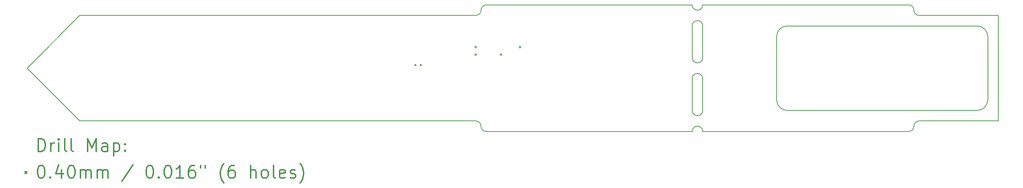
<source format=gbr>
%FSLAX45Y45*%
G04 Gerber Fmt 4.5, Leading zero omitted, Abs format (unit mm)*
G04 Created by KiCad (PCBNEW 4.0.7-e2-6376~61~ubuntu18.04.1) date Fri Jul  6 14:55:38 2018*
%MOMM*%
%LPD*%
G01*
G04 APERTURE LIST*
%ADD10C,0.127000*%
%ADD11C,0.150000*%
%ADD12C,0.200000*%
%ADD13C,0.300000*%
G04 APERTURE END LIST*
D10*
D11*
X19750000Y-6500000D02*
G75*
G03X20000000Y-6500000I125000J0D01*
G01*
X20000000Y-9500000D02*
G75*
G03X19750000Y-9500000I-125000J0D01*
G01*
X19750000Y-7750000D02*
X19750000Y-7000000D01*
X20000000Y-7000000D02*
X20000000Y-7750000D01*
X19750000Y-7750000D02*
G75*
G03X20000000Y-7750000I125000J0D01*
G01*
X20000000Y-8250000D02*
G75*
G03X19750000Y-8250000I-125000J0D01*
G01*
X19750000Y-9000000D02*
G75*
G03X20000000Y-9000000I125000J0D01*
G01*
X20000000Y-7000000D02*
G75*
G03X19750000Y-7000000I-125000J0D01*
G01*
X19750000Y-8250000D02*
X19750000Y-9000000D01*
X14625000Y-6750000D02*
G75*
G03X14750000Y-6625000I0J125000D01*
G01*
X14875000Y-6500000D02*
G75*
G03X14750000Y-6625000I0J-125000D01*
G01*
X25000000Y-6625000D02*
G75*
G03X25125000Y-6750000I125000J0D01*
G01*
X25000000Y-6625000D02*
G75*
G03X24875000Y-6500000I-125000J0D01*
G01*
X24875000Y-9500000D02*
G75*
G03X25000000Y-9375000I0J125000D01*
G01*
X25125000Y-9250000D02*
G75*
G03X25000000Y-9375000I0J-125000D01*
G01*
X14750000Y-9375000D02*
G75*
G03X14875000Y-9500000I125000J0D01*
G01*
X14750000Y-9375000D02*
G75*
G03X14625000Y-9250000I-125000J0D01*
G01*
X22000000Y-7000000D02*
G75*
G03X21750000Y-7250000I0J-250000D01*
G01*
X21750000Y-8750000D02*
G75*
G03X22000000Y-9000000I250000J0D01*
G01*
X26500000Y-9000000D02*
G75*
G03X26750000Y-8750000I0J250000D01*
G01*
X26750000Y-7250000D02*
G75*
G03X26500000Y-7000000I-250000J0D01*
G01*
X22000000Y-7000000D02*
X26500000Y-7000000D01*
X21750000Y-8750000D02*
X21750000Y-7250000D01*
X26500000Y-9000000D02*
X22000000Y-9000000D01*
X26750000Y-7250000D02*
X26750000Y-8750000D01*
X24875000Y-9500000D02*
X20000000Y-9500000D01*
X27000000Y-9250000D02*
X25125000Y-9250000D01*
X27000000Y-6750000D02*
X27000000Y-9250000D01*
X25125000Y-6750000D02*
X27000000Y-6750000D01*
X20000000Y-6500000D02*
X24875000Y-6500000D01*
X14625000Y-6750000D02*
X5250000Y-6750000D01*
X19750000Y-6500000D02*
X14875000Y-6500000D01*
X20000000Y-8250000D02*
X20000000Y-9000000D01*
X14875000Y-9500000D02*
X19750000Y-9500000D01*
X5250000Y-9250000D02*
X14625000Y-9250000D01*
X4000000Y-8000000D02*
X5250000Y-9250000D01*
X5250000Y-6750000D02*
X4000000Y-8000000D01*
D12*
X13180000Y-7905000D02*
X13220000Y-7945000D01*
X13220000Y-7905000D02*
X13180000Y-7945000D01*
X13305000Y-7905000D02*
X13345000Y-7945000D01*
X13345000Y-7905000D02*
X13305000Y-7945000D01*
X14605000Y-7480000D02*
X14645000Y-7520000D01*
X14645000Y-7480000D02*
X14605000Y-7520000D01*
X14605000Y-7655000D02*
X14645000Y-7695000D01*
X14645000Y-7655000D02*
X14605000Y-7695000D01*
X15205000Y-7655000D02*
X15245000Y-7695000D01*
X15245000Y-7655000D02*
X15205000Y-7695000D01*
X15655000Y-7480000D02*
X15695000Y-7520000D01*
X15695000Y-7480000D02*
X15655000Y-7520000D01*
D13*
X4263929Y-9973214D02*
X4263929Y-9673214D01*
X4335357Y-9673214D01*
X4378214Y-9687500D01*
X4406786Y-9716072D01*
X4421071Y-9744643D01*
X4435357Y-9801786D01*
X4435357Y-9844643D01*
X4421071Y-9901786D01*
X4406786Y-9930357D01*
X4378214Y-9958929D01*
X4335357Y-9973214D01*
X4263929Y-9973214D01*
X4563929Y-9973214D02*
X4563929Y-9773214D01*
X4563929Y-9830357D02*
X4578214Y-9801786D01*
X4592500Y-9787500D01*
X4621071Y-9773214D01*
X4649643Y-9773214D01*
X4749643Y-9973214D02*
X4749643Y-9773214D01*
X4749643Y-9673214D02*
X4735357Y-9687500D01*
X4749643Y-9701786D01*
X4763929Y-9687500D01*
X4749643Y-9673214D01*
X4749643Y-9701786D01*
X4935357Y-9973214D02*
X4906786Y-9958929D01*
X4892500Y-9930357D01*
X4892500Y-9673214D01*
X5092500Y-9973214D02*
X5063929Y-9958929D01*
X5049643Y-9930357D01*
X5049643Y-9673214D01*
X5435357Y-9973214D02*
X5435357Y-9673214D01*
X5535357Y-9887500D01*
X5635357Y-9673214D01*
X5635357Y-9973214D01*
X5906786Y-9973214D02*
X5906786Y-9816072D01*
X5892500Y-9787500D01*
X5863928Y-9773214D01*
X5806786Y-9773214D01*
X5778214Y-9787500D01*
X5906786Y-9958929D02*
X5878214Y-9973214D01*
X5806786Y-9973214D01*
X5778214Y-9958929D01*
X5763928Y-9930357D01*
X5763928Y-9901786D01*
X5778214Y-9873214D01*
X5806786Y-9858929D01*
X5878214Y-9858929D01*
X5906786Y-9844643D01*
X6049643Y-9773214D02*
X6049643Y-10073214D01*
X6049643Y-9787500D02*
X6078214Y-9773214D01*
X6135357Y-9773214D01*
X6163928Y-9787500D01*
X6178214Y-9801786D01*
X6192500Y-9830357D01*
X6192500Y-9916072D01*
X6178214Y-9944643D01*
X6163928Y-9958929D01*
X6135357Y-9973214D01*
X6078214Y-9973214D01*
X6049643Y-9958929D01*
X6321071Y-9944643D02*
X6335357Y-9958929D01*
X6321071Y-9973214D01*
X6306786Y-9958929D01*
X6321071Y-9944643D01*
X6321071Y-9973214D01*
X6321071Y-9787500D02*
X6335357Y-9801786D01*
X6321071Y-9816072D01*
X6306786Y-9801786D01*
X6321071Y-9787500D01*
X6321071Y-9816072D01*
X3952500Y-10447500D02*
X3992500Y-10487500D01*
X3992500Y-10447500D02*
X3952500Y-10487500D01*
X4321071Y-10303214D02*
X4349643Y-10303214D01*
X4378214Y-10317500D01*
X4392500Y-10331786D01*
X4406786Y-10360357D01*
X4421071Y-10417500D01*
X4421071Y-10488929D01*
X4406786Y-10546072D01*
X4392500Y-10574643D01*
X4378214Y-10588929D01*
X4349643Y-10603214D01*
X4321071Y-10603214D01*
X4292500Y-10588929D01*
X4278214Y-10574643D01*
X4263929Y-10546072D01*
X4249643Y-10488929D01*
X4249643Y-10417500D01*
X4263929Y-10360357D01*
X4278214Y-10331786D01*
X4292500Y-10317500D01*
X4321071Y-10303214D01*
X4549643Y-10574643D02*
X4563929Y-10588929D01*
X4549643Y-10603214D01*
X4535357Y-10588929D01*
X4549643Y-10574643D01*
X4549643Y-10603214D01*
X4821071Y-10403214D02*
X4821071Y-10603214D01*
X4749643Y-10288929D02*
X4678214Y-10503214D01*
X4863928Y-10503214D01*
X5035357Y-10303214D02*
X5063929Y-10303214D01*
X5092500Y-10317500D01*
X5106786Y-10331786D01*
X5121071Y-10360357D01*
X5135357Y-10417500D01*
X5135357Y-10488929D01*
X5121071Y-10546072D01*
X5106786Y-10574643D01*
X5092500Y-10588929D01*
X5063929Y-10603214D01*
X5035357Y-10603214D01*
X5006786Y-10588929D01*
X4992500Y-10574643D01*
X4978214Y-10546072D01*
X4963929Y-10488929D01*
X4963929Y-10417500D01*
X4978214Y-10360357D01*
X4992500Y-10331786D01*
X5006786Y-10317500D01*
X5035357Y-10303214D01*
X5263929Y-10603214D02*
X5263929Y-10403214D01*
X5263929Y-10431786D02*
X5278214Y-10417500D01*
X5306786Y-10403214D01*
X5349643Y-10403214D01*
X5378214Y-10417500D01*
X5392500Y-10446072D01*
X5392500Y-10603214D01*
X5392500Y-10446072D02*
X5406786Y-10417500D01*
X5435357Y-10403214D01*
X5478214Y-10403214D01*
X5506786Y-10417500D01*
X5521071Y-10446072D01*
X5521071Y-10603214D01*
X5663928Y-10603214D02*
X5663928Y-10403214D01*
X5663928Y-10431786D02*
X5678214Y-10417500D01*
X5706786Y-10403214D01*
X5749643Y-10403214D01*
X5778214Y-10417500D01*
X5792500Y-10446072D01*
X5792500Y-10603214D01*
X5792500Y-10446072D02*
X5806786Y-10417500D01*
X5835357Y-10403214D01*
X5878214Y-10403214D01*
X5906786Y-10417500D01*
X5921071Y-10446072D01*
X5921071Y-10603214D01*
X6506786Y-10288929D02*
X6249643Y-10674643D01*
X6892500Y-10303214D02*
X6921071Y-10303214D01*
X6949643Y-10317500D01*
X6963928Y-10331786D01*
X6978214Y-10360357D01*
X6992500Y-10417500D01*
X6992500Y-10488929D01*
X6978214Y-10546072D01*
X6963928Y-10574643D01*
X6949643Y-10588929D01*
X6921071Y-10603214D01*
X6892500Y-10603214D01*
X6863928Y-10588929D01*
X6849643Y-10574643D01*
X6835357Y-10546072D01*
X6821071Y-10488929D01*
X6821071Y-10417500D01*
X6835357Y-10360357D01*
X6849643Y-10331786D01*
X6863928Y-10317500D01*
X6892500Y-10303214D01*
X7121071Y-10574643D02*
X7135357Y-10588929D01*
X7121071Y-10603214D01*
X7106786Y-10588929D01*
X7121071Y-10574643D01*
X7121071Y-10603214D01*
X7321071Y-10303214D02*
X7349643Y-10303214D01*
X7378214Y-10317500D01*
X7392500Y-10331786D01*
X7406785Y-10360357D01*
X7421071Y-10417500D01*
X7421071Y-10488929D01*
X7406785Y-10546072D01*
X7392500Y-10574643D01*
X7378214Y-10588929D01*
X7349643Y-10603214D01*
X7321071Y-10603214D01*
X7292500Y-10588929D01*
X7278214Y-10574643D01*
X7263928Y-10546072D01*
X7249643Y-10488929D01*
X7249643Y-10417500D01*
X7263928Y-10360357D01*
X7278214Y-10331786D01*
X7292500Y-10317500D01*
X7321071Y-10303214D01*
X7706785Y-10603214D02*
X7535357Y-10603214D01*
X7621071Y-10603214D02*
X7621071Y-10303214D01*
X7592500Y-10346072D01*
X7563928Y-10374643D01*
X7535357Y-10388929D01*
X7963928Y-10303214D02*
X7906785Y-10303214D01*
X7878214Y-10317500D01*
X7863928Y-10331786D01*
X7835357Y-10374643D01*
X7821071Y-10431786D01*
X7821071Y-10546072D01*
X7835357Y-10574643D01*
X7849643Y-10588929D01*
X7878214Y-10603214D01*
X7935357Y-10603214D01*
X7963928Y-10588929D01*
X7978214Y-10574643D01*
X7992500Y-10546072D01*
X7992500Y-10474643D01*
X7978214Y-10446072D01*
X7963928Y-10431786D01*
X7935357Y-10417500D01*
X7878214Y-10417500D01*
X7849643Y-10431786D01*
X7835357Y-10446072D01*
X7821071Y-10474643D01*
X8106786Y-10303214D02*
X8106786Y-10360357D01*
X8221071Y-10303214D02*
X8221071Y-10360357D01*
X8663928Y-10717500D02*
X8649643Y-10703214D01*
X8621071Y-10660357D01*
X8606786Y-10631786D01*
X8592500Y-10588929D01*
X8578214Y-10517500D01*
X8578214Y-10460357D01*
X8592500Y-10388929D01*
X8606786Y-10346072D01*
X8621071Y-10317500D01*
X8649643Y-10274643D01*
X8663928Y-10260357D01*
X8906786Y-10303214D02*
X8849643Y-10303214D01*
X8821071Y-10317500D01*
X8806786Y-10331786D01*
X8778214Y-10374643D01*
X8763928Y-10431786D01*
X8763928Y-10546072D01*
X8778214Y-10574643D01*
X8792500Y-10588929D01*
X8821071Y-10603214D01*
X8878214Y-10603214D01*
X8906786Y-10588929D01*
X8921071Y-10574643D01*
X8935357Y-10546072D01*
X8935357Y-10474643D01*
X8921071Y-10446072D01*
X8906786Y-10431786D01*
X8878214Y-10417500D01*
X8821071Y-10417500D01*
X8792500Y-10431786D01*
X8778214Y-10446072D01*
X8763928Y-10474643D01*
X9292500Y-10603214D02*
X9292500Y-10303214D01*
X9421071Y-10603214D02*
X9421071Y-10446072D01*
X9406786Y-10417500D01*
X9378214Y-10403214D01*
X9335357Y-10403214D01*
X9306786Y-10417500D01*
X9292500Y-10431786D01*
X9606786Y-10603214D02*
X9578214Y-10588929D01*
X9563928Y-10574643D01*
X9549643Y-10546072D01*
X9549643Y-10460357D01*
X9563928Y-10431786D01*
X9578214Y-10417500D01*
X9606786Y-10403214D01*
X9649643Y-10403214D01*
X9678214Y-10417500D01*
X9692500Y-10431786D01*
X9706786Y-10460357D01*
X9706786Y-10546072D01*
X9692500Y-10574643D01*
X9678214Y-10588929D01*
X9649643Y-10603214D01*
X9606786Y-10603214D01*
X9878214Y-10603214D02*
X9849643Y-10588929D01*
X9835357Y-10560357D01*
X9835357Y-10303214D01*
X10106786Y-10588929D02*
X10078214Y-10603214D01*
X10021071Y-10603214D01*
X9992500Y-10588929D01*
X9978214Y-10560357D01*
X9978214Y-10446072D01*
X9992500Y-10417500D01*
X10021071Y-10403214D01*
X10078214Y-10403214D01*
X10106786Y-10417500D01*
X10121071Y-10446072D01*
X10121071Y-10474643D01*
X9978214Y-10503214D01*
X10235357Y-10588929D02*
X10263929Y-10603214D01*
X10321071Y-10603214D01*
X10349643Y-10588929D01*
X10363929Y-10560357D01*
X10363929Y-10546072D01*
X10349643Y-10517500D01*
X10321071Y-10503214D01*
X10278214Y-10503214D01*
X10249643Y-10488929D01*
X10235357Y-10460357D01*
X10235357Y-10446072D01*
X10249643Y-10417500D01*
X10278214Y-10403214D01*
X10321071Y-10403214D01*
X10349643Y-10417500D01*
X10463928Y-10717500D02*
X10478214Y-10703214D01*
X10506786Y-10660357D01*
X10521071Y-10631786D01*
X10535357Y-10588929D01*
X10549643Y-10517500D01*
X10549643Y-10460357D01*
X10535357Y-10388929D01*
X10521071Y-10346072D01*
X10506786Y-10317500D01*
X10478214Y-10274643D01*
X10463928Y-10260357D01*
M02*

</source>
